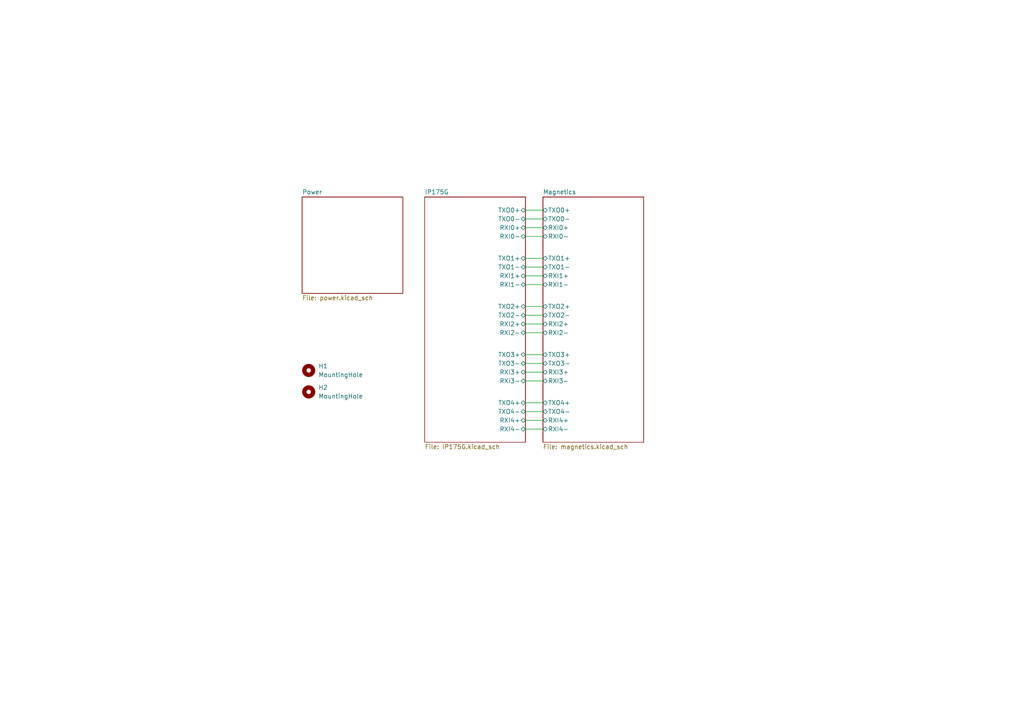
<source format=kicad_sch>
(kicad_sch (version 20241004) (generator "eeschema") (generator_version "8.99")
  (paper "A4")
  (title_block (title "mrxSwitch") (date "2024-06-02") (rev "V2.0") (company "MUREX Robotics [Max Liu and Byran Huang]") (comment 1 "utilizing the IC Plus IP175G and external magnetics") (comment 2 "World's smallest and cheapest 5 port unmanaged ethernet switch") (comment 3 "// TECHNOLOGY FOR ALL.") (comment 4 "// ATTEMPT THE IMPOSSIBLE."))
  (lib_symbols
    (symbol "Mechanical:MountingHole" (pin_names (offset 1.016))
      (property "Reference" "H" (at 0 5.08 0))
      (property "Value" "MountingHole" (at 0 3.175 0))
      (symbol "MountingHole_0_1"
        (circle (center 0 0) (radius 1.27) (stroke (width 1.27)))
      )
    )
  )
  (wire (pts (xy 152.4 88.9) (xy 157.48 88.9)))
  (wire (pts (xy 152.4 80.01) (xy 157.48 80.01)))
  (wire (pts (xy 152.4 68.58) (xy 157.48 68.58)))
  (wire (pts (xy 152.4 91.44) (xy 157.48 91.44)))
  (wire (pts (xy 152.4 121.92) (xy 157.48 121.92)))
  (wire (pts (xy 152.4 107.95) (xy 157.48 107.95)))
  (wire (pts (xy 152.4 105.41) (xy 157.48 105.41)))
  (wire (pts (xy 152.4 119.38) (xy 157.48 119.38)))
  (wire (pts (xy 152.4 110.49) (xy 157.48 110.49)))
  (wire (pts (xy 152.4 74.93) (xy 157.48 74.93)))
  (wire (pts (xy 152.4 102.87) (xy 157.48 102.87)))
  (wire (pts (xy 152.4 63.5) (xy 157.48 63.5)))
  (wire (pts (xy 152.4 116.84) (xy 157.48 116.84)))
  (wire (pts (xy 152.4 66.04) (xy 157.48 66.04)))
  (wire (pts (xy 152.4 60.96) (xy 157.48 60.96)))
  (wire (pts (xy 152.4 77.47) (xy 157.48 77.47)))
  (wire (pts (xy 152.4 96.52) (xy 157.48 96.52)))
  (wire (pts (xy 152.4 82.55) (xy 157.48 82.55)))
  (wire (pts (xy 152.4 93.98) (xy 157.48 93.98)))
  (wire (pts (xy 152.4 124.46) (xy 157.48 124.46)))
  (symbol (lib_id "Mechanical:MountingHole") (at 89.535 107.442 0) (unit 1)
    (property "Reference" "H1" (at 92.329 106.172 0) (effects (justify left)))
    (property "Value" "MountingHole" (at 92.329 108.712 0) (effects (justify left)))
    (property "Footprint" "MountingHole:MountingHole_3.2mm_M3" (effects (hide yes)))
    (property "Description" "Mounting Hole without connection" (effects (hide yes)))
  )
  (symbol (lib_id "Mechanical:MountingHole") (at 89.535 113.665 0) (unit 1)
    (property "Reference" "H2" (at 92.329 112.395 0) (effects (justify left)))
    (property "Value" "MountingHole" (at 92.329 114.935 0) (effects (justify left)))
    (property "Footprint" "MountingHole:MountingHole_3.2mm_M3" (effects (hide yes)))
    (property "Description" "Mounting Hole without connection" (effects (hide yes)))
  )
  (sheet (at 123.19 57.15) (size 29.21 71.12) (stroke (width 0.1524))
    (property "Sheetname" "IP175G" (at 123.19 56.4384 0) (effects (justify left bottom)))
    (property "Sheetfile" "IP175G.kicad_sch" (at 123.19 128.8546 0) (effects (justify left top)))
    (pin "RXI1-" bidirectional (at 152.4 82.55 0))
    (pin "TXO1-" bidirectional (at 152.4 77.47 0))
    (pin "TXO1+" bidirectional (at 152.4 74.93 0))
    (pin "RXI1+" bidirectional (at 152.4 80.01 0))
    (pin "RXI3+" bidirectional (at 152.4 107.95 0))
    (pin "TXO2-" bidirectional (at 152.4 91.44 0))
    (pin "TXO0-" bidirectional (at 152.4 63.5 0))
    (pin "TXO0+" bidirectional (at 152.4 60.96 0))
    (pin "RXI0-" bidirectional (at 152.4 68.58 0))
    (pin "RXI0+" bidirectional (at 152.4 66.04 0))
    (pin "RXI2-" bidirectional (at 152.4 96.52 0))
    (pin "TXO2+" bidirectional (at 152.4 88.9 0))
    (pin "RXI2+" bidirectional (at 152.4 93.98 0))
    (pin "RXI3-" bidirectional (at 152.4 110.49 0))
    (pin "TXO3-" bidirectional (at 152.4 105.41 0))
    (pin "TXO3+" bidirectional (at 152.4 102.87 0))
    (pin "RXI4-" bidirectional (at 152.4 124.46 0))
    (pin "TXO4+" bidirectional (at 152.4 116.84 0))
    (pin "TXO4-" bidirectional (at 152.4 119.38 0))
    (pin "RXI4+" bidirectional (at 152.4 121.92 0))
  )
  (sheet (at 157.48 57.15) (size 29.21 71.12) (stroke (width 0.1524))
    (property "Sheetname" "Magnetics" (at 157.48 56.4384 0) (effects (justify left bottom)))
    (property "Sheetfile" "magnetics.kicad_sch" (at 157.48 128.8546 0) (effects (justify left top)))
    (pin "TXO4+" bidirectional (at 157.48 116.84 180))
    (pin "TXO4-" bidirectional (at 157.48 119.38 180))
    (pin "TXO0+" bidirectional (at 157.48 60.96 180))
    (pin "RXI0-" bidirectional (at 157.48 68.58 180))
    (pin "RXI0+" bidirectional (at 157.48 66.04 180))
    (pin "RXI1-" bidirectional (at 157.48 82.55 180))
    (pin "TXO1+" bidirectional (at 157.48 74.93 180))
    (pin "RXI1+" bidirectional (at 157.48 80.01 180))
    (pin "RXI2+" bidirectional (at 157.48 93.98 180))
    (pin "TXO1-" bidirectional (at 157.48 77.47 180))
    (pin "TXO0-" bidirectional (at 157.48 63.5 180))
    (pin "RXI4+" bidirectional (at 157.48 121.92 180))
    (pin "RXI4-" bidirectional (at 157.48 124.46 180))
    (pin "TXO3-" bidirectional (at 157.48 105.41 180))
    (pin "TXO3+" bidirectional (at 157.48 102.87 180))
    (pin "RXI3-" bidirectional (at 157.48 110.49 180))
    (pin "RXI3+" bidirectional (at 157.48 107.95 180))
    (pin "TXO2-" bidirectional (at 157.48 91.44 180))
    (pin "TXO2+" bidirectional (at 157.48 88.9 180))
    (pin "RXI2-" bidirectional (at 157.48 96.52 180))
  )
  (sheet (at 87.63 57.15) (size 29.21 27.94) (stroke (width 0.1524))
    (property "Sheetname" "Power" (at 87.63 56.4384 0) (effects (justify left bottom)))
    (property "Sheetfile" "power.kicad_sch" (at 87.63 85.6746 0) (effects (justify left top)))
  )
)
</source>
